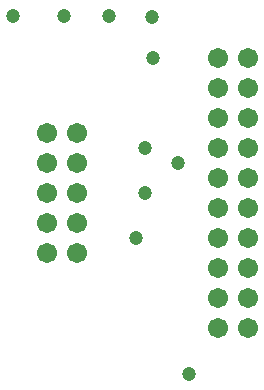
<source format=gts>
G04*
G04 #@! TF.GenerationSoftware,Altium Limited,Altium Designer,23.0.1 (38)*
G04*
G04 Layer_Color=8388736*
%FSLAX43Y43*%
%MOMM*%
G71*
G04*
G04 #@! TF.SameCoordinates,389A4634-ECA2-436D-B02D-3AC99B3800AC*
G04*
G04*
G04 #@! TF.FilePolarity,Negative*
G04*
G01*
G75*
%ADD13C,1.203*%
%ADD14C,1.703*%
D13*
X26607Y57277D02*
D03*
X34671D02*
D03*
X37717Y42291D02*
D03*
X38442Y53721D02*
D03*
X38381Y57250D02*
D03*
X36957Y38473D02*
D03*
X30861Y57277D02*
D03*
X37719Y46101D02*
D03*
X40506Y44831D02*
D03*
X41502Y27024D02*
D03*
D14*
X32004Y37211D02*
D03*
X29464D02*
D03*
X32004Y39751D02*
D03*
X29464D02*
D03*
X32004Y42291D02*
D03*
X29464D02*
D03*
X32004Y44831D02*
D03*
X29464D02*
D03*
X32004Y47371D02*
D03*
X29464D02*
D03*
X46482Y35941D02*
D03*
Y53721D02*
D03*
X43942D02*
D03*
X46482Y51181D02*
D03*
X43942D02*
D03*
X46482Y48641D02*
D03*
X43942D02*
D03*
X46482Y46101D02*
D03*
X43942D02*
D03*
X46482Y43561D02*
D03*
X43942D02*
D03*
X46482Y41021D02*
D03*
X43942D02*
D03*
X46482Y38481D02*
D03*
X43942D02*
D03*
Y35941D02*
D03*
X46482Y33401D02*
D03*
X43942D02*
D03*
X46482Y30861D02*
D03*
X43942D02*
D03*
M02*

</source>
